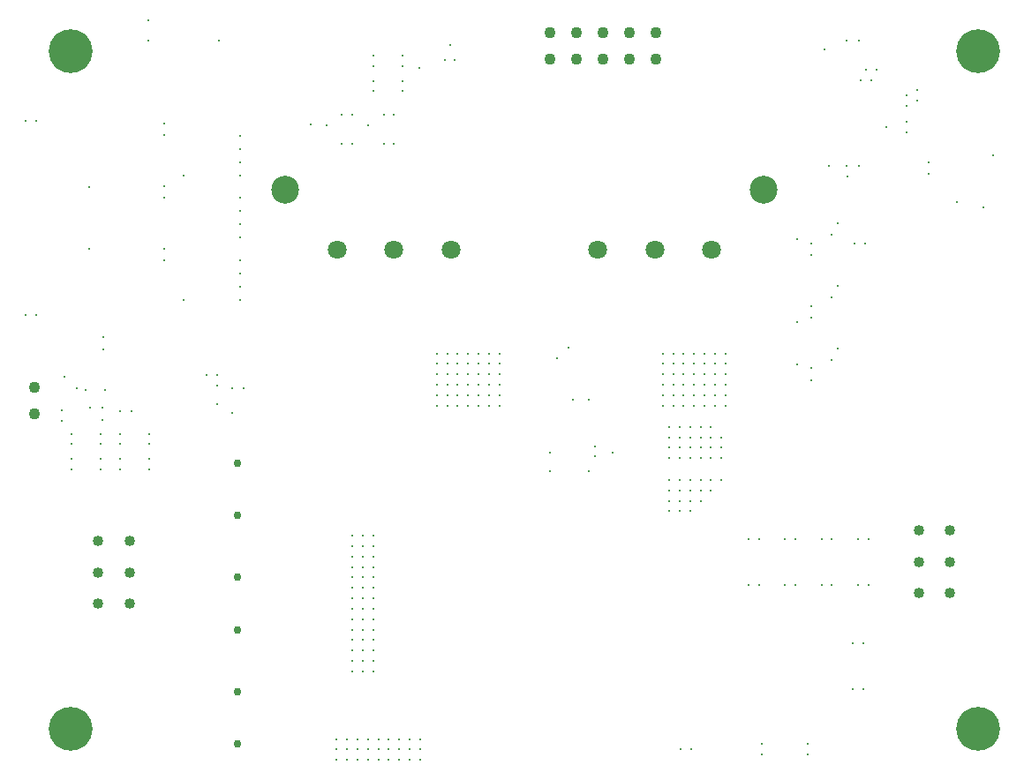
<source format=gbr>
%TF.GenerationSoftware,Altium Limited,Altium Designer,25.3.3 (18)*%
G04 Layer_Color=0*
%FSLAX45Y45*%
%MOMM*%
%TF.SameCoordinates,6C4DDBA2-F481-4B1E-A352-F181FF77F2E2*%
%TF.FilePolarity,Positive*%
%TF.FileFunction,Plated,1,4,PTH,Drill*%
%TF.Part,Single*%
G01*
G75*
%TA.AperFunction,ComponentDrill*%
%ADD126C,0.75000*%
%ADD127C,1.10000*%
%ADD128C,1.10000*%
%ADD129C,2.67000*%
%ADD130C,1.80000*%
%TA.AperFunction,OtherDrill,Free Pad (6mm,71mm)*%
%ADD131C,4.20000*%
%TA.AperFunction,ComponentDrill*%
%ADD132C,1.02000*%
%TA.AperFunction,OtherDrill,Free Pad (93mm,6mm)*%
%ADD133C,4.20000*%
%TA.AperFunction,OtherDrill,Free Pad (93mm,71mm)*%
%ADD134C,4.20000*%
%TA.AperFunction,OtherDrill,Free Pad (6mm,6mm)*%
%ADD135C,4.20000*%
%TA.AperFunction,ViaDrill,NotFilled*%
%ADD136C,0.30000*%
D126*
X2200000Y2050000D02*
D03*
X2200000Y1550000D02*
D03*
Y450000D02*
D03*
X2200000Y950000D02*
D03*
X2200000Y2650000D02*
D03*
X2200000Y3150000D02*
D03*
D127*
X5192000Y7023000D02*
D03*
Y7277000D02*
D03*
X5446000Y7023000D02*
D03*
Y7277000D02*
D03*
X5700000Y7023000D02*
D03*
Y7277000D02*
D03*
X5954000Y7023000D02*
D03*
Y7277000D02*
D03*
X6208000Y7023000D02*
D03*
Y7277000D02*
D03*
D128*
X250000Y3623000D02*
D03*
Y3877000D02*
D03*
D129*
X7247000Y5767000D02*
D03*
X2653000D02*
D03*
D130*
X5656000Y5195500D02*
D03*
X6200000D02*
D03*
X6744000D02*
D03*
X3156000D02*
D03*
X3700000D02*
D03*
X4244000D02*
D03*
D131*
X600000Y7100000D02*
D03*
D132*
X1165000Y2400000D02*
D03*
Y2100000D02*
D03*
Y1800000D02*
D03*
X865000Y2400000D02*
D03*
Y2100000D02*
D03*
Y1800000D02*
D03*
X8735000Y1900000D02*
D03*
Y2200000D02*
D03*
Y2500000D02*
D03*
X9035000Y1900000D02*
D03*
Y2200000D02*
D03*
Y2500000D02*
D03*
D133*
X9300000Y600000D02*
D03*
D134*
Y7100000D02*
D03*
D135*
X600000Y600000D02*
D03*
D136*
X5200000Y3245000D02*
D03*
X5624000Y3310000D02*
D03*
X5800000Y3245000D02*
D03*
X5192500Y3070000D02*
D03*
X5624000Y3215000D02*
D03*
X5265782Y4151508D02*
D03*
X5371848Y4257574D02*
D03*
X5571500Y3752500D02*
D03*
X5416500D02*
D03*
X8220000Y5255000D02*
D03*
X8120000Y5255000D02*
D03*
X7955000Y4249999D02*
D03*
X7570000Y4505000D02*
D03*
X7700000Y3942500D02*
D03*
Y4057500D02*
D03*
X7900000Y4140000D02*
D03*
X7570000Y4095000D02*
D03*
X7900000Y4740000D02*
D03*
X7900000Y5340000D02*
D03*
X7955000Y4849999D02*
D03*
X7570000Y5295000D02*
D03*
X8830000Y5922500D02*
D03*
X9445000Y6100000D02*
D03*
X8830000Y6037500D02*
D03*
X8050000Y5900000D02*
D03*
X8619999Y6325000D02*
D03*
X8420000Y6375000D02*
D03*
X8620000Y6425000D02*
D03*
X7875000Y6000000D02*
D03*
X8720000Y6725000D02*
D03*
X8720000Y6625000D02*
D03*
X7825000Y7119999D02*
D03*
X8620000Y6575000D02*
D03*
Y6675000D02*
D03*
X8175000Y6820000D02*
D03*
X8275000Y6820000D02*
D03*
X8225000Y6920000D02*
D03*
X8325000D02*
D03*
X6740000Y2885000D02*
D03*
X6640000D02*
D03*
Y2785000D02*
D03*
X6340000Y2685000D02*
D03*
X6540000D02*
D03*
X6440000Y2685000D02*
D03*
Y2885000D02*
D03*
X6540000D02*
D03*
X6340000D02*
D03*
X6440000Y2785000D02*
D03*
X6340000D02*
D03*
X6540000D02*
D03*
X6340000Y2985000D02*
D03*
X6540000D02*
D03*
X6440000D02*
D03*
X6640000D02*
D03*
X6840000D02*
D03*
X6740000D02*
D03*
X605881Y3089562D02*
D03*
Y3189562D02*
D03*
X885881Y3089562D02*
D03*
Y3189561D02*
D03*
X7955000Y5449999D02*
D03*
X775000Y5800000D02*
D03*
Y5200000D02*
D03*
X2905000Y6400000D02*
D03*
X1680000Y5909500D02*
D03*
X1680000Y4709500D02*
D03*
X2150000Y3865000D02*
D03*
X509499Y3650000D02*
D03*
X2260000Y3862501D02*
D03*
X6740000Y3195000D02*
D03*
X8157500Y6000000D02*
D03*
X8042500Y6000000D02*
D03*
X8157500Y7200000D02*
D03*
X8042500Y7200000D02*
D03*
X7700000Y4657500D02*
D03*
Y4542500D02*
D03*
X7700000Y5257500D02*
D03*
Y5142499D02*
D03*
X1900000Y3990000D02*
D03*
X2000000D02*
D03*
Y3890000D02*
D03*
X2150000Y3625000D02*
D03*
X2000000Y3710000D02*
D03*
X2017500Y7205000D02*
D03*
X1500000Y5092500D02*
D03*
Y5207500D02*
D03*
Y5807500D02*
D03*
Y5692500D02*
D03*
X1500000Y6407500D02*
D03*
X1500000Y6292499D02*
D03*
X1345000Y7200000D02*
D03*
Y7400000D02*
D03*
X3050000Y6392501D02*
D03*
X3450000D02*
D03*
X3200000Y6490000D02*
D03*
X3299999D02*
D03*
X3200000Y6210000D02*
D03*
X3299999D02*
D03*
X3600000Y6210000D02*
D03*
X3700000D02*
D03*
X3946000Y6943500D02*
D03*
X509499Y3550000D02*
D03*
X2220000Y4709500D02*
D03*
X2220000Y4836500D02*
D03*
X2220000Y4963500D02*
D03*
Y5090500D02*
D03*
Y5309500D02*
D03*
X2220000Y5436500D02*
D03*
X2220000Y5563500D02*
D03*
Y5690500D02*
D03*
Y5909500D02*
D03*
Y6036500D02*
D03*
Y6163500D02*
D03*
Y6290500D02*
D03*
X3700000Y6490000D02*
D03*
X3600000D02*
D03*
X5571500Y3070000D02*
D03*
X4186000Y7016000D02*
D03*
X4241000Y7156000D02*
D03*
X4281000Y7016000D02*
D03*
X3506000Y7056001D02*
D03*
Y6956001D02*
D03*
Y6716001D02*
D03*
Y6816001D02*
D03*
X3786000Y6816000D02*
D03*
Y6716000D02*
D03*
Y6956001D02*
D03*
Y7056000D02*
D03*
X6478000Y3800000D02*
D03*
Y4000000D02*
D03*
X6578000Y3800000D02*
D03*
Y3900000D02*
D03*
Y3700000D02*
D03*
Y4000000D02*
D03*
X6678000Y3900000D02*
D03*
Y3700000D02*
D03*
Y3800000D02*
D03*
X6778000Y3900000D02*
D03*
Y3800000D02*
D03*
Y3700000D02*
D03*
Y4000000D02*
D03*
X6878000Y3800000D02*
D03*
Y3700000D02*
D03*
Y3900000D02*
D03*
X4710000Y4000000D02*
D03*
Y4100000D02*
D03*
Y4200000D02*
D03*
X6278000Y4100000D02*
D03*
Y4200000D02*
D03*
X6378000Y4100000D02*
D03*
Y4200000D02*
D03*
X6478000Y4100000D02*
D03*
Y4200000D02*
D03*
X6578000Y4100000D02*
D03*
Y4200000D02*
D03*
X6678000Y4000000D02*
D03*
X6678000Y4100000D02*
D03*
Y4200000D02*
D03*
X6778000Y4100000D02*
D03*
Y4200000D02*
D03*
X6878000Y4000000D02*
D03*
Y4100000D02*
D03*
Y4200000D02*
D03*
X6378000Y3700000D02*
D03*
Y4000000D02*
D03*
X6478000Y3700000D02*
D03*
X6378000Y3900000D02*
D03*
X6478000D02*
D03*
X4610000Y3700000D02*
D03*
Y3900000D02*
D03*
X4710000Y3800000D02*
D03*
Y3700000D02*
D03*
Y3900000D02*
D03*
X6278000Y3900000D02*
D03*
Y3700000D02*
D03*
Y3800000D02*
D03*
Y4000000D02*
D03*
X6378000Y3800000D02*
D03*
X4110000Y3700000D02*
D03*
Y3800000D02*
D03*
Y3900000D02*
D03*
X4210000Y3700000D02*
D03*
Y3800000D02*
D03*
Y3900000D02*
D03*
X4310000Y3700000D02*
D03*
Y3800000D02*
D03*
Y3900000D02*
D03*
X4410000Y3700000D02*
D03*
Y3800000D02*
D03*
Y3900000D02*
D03*
X4510000Y3700000D02*
D03*
Y3800000D02*
D03*
Y3900000D02*
D03*
X4610000Y3800000D02*
D03*
X4210000Y4200000D02*
D03*
X4110000Y4000000D02*
D03*
Y4100000D02*
D03*
Y4200000D02*
D03*
X4210000Y4000000D02*
D03*
Y4100000D02*
D03*
X4310000Y4100000D02*
D03*
Y4200000D02*
D03*
X4310000Y4000000D02*
D03*
X4610000Y4200000D02*
D03*
X4410000Y4000000D02*
D03*
Y4100000D02*
D03*
Y4200000D02*
D03*
X4610000Y4100000D02*
D03*
X4510000Y4000000D02*
D03*
Y4100000D02*
D03*
Y4200000D02*
D03*
X4610000Y4000000D02*
D03*
X655899Y3865000D02*
D03*
X540000Y3975000D02*
D03*
X910881Y4359562D02*
D03*
X913381Y4239561D02*
D03*
X3150001Y400000D02*
D03*
Y500000D02*
D03*
Y300000D02*
D03*
X3250000Y400000D02*
D03*
Y300000D02*
D03*
Y500000D02*
D03*
X3350000Y400000D02*
D03*
Y500000D02*
D03*
Y300000D02*
D03*
X6840000Y3195000D02*
D03*
X6640000D02*
D03*
X6440000D02*
D03*
X6540000D02*
D03*
X6340000D02*
D03*
X6547500Y400000D02*
D03*
X6447500D02*
D03*
X7229000Y350000D02*
D03*
Y450000D02*
D03*
X7671000Y350000D02*
D03*
Y450000D02*
D03*
X8100000Y979000D02*
D03*
X8200000D02*
D03*
Y1420999D02*
D03*
X8100000D02*
D03*
X8150000Y1980000D02*
D03*
X8250000D02*
D03*
X7800000D02*
D03*
X7900000D02*
D03*
X7450000Y1979999D02*
D03*
X7550000D02*
D03*
X7100000Y1979999D02*
D03*
X7200000D02*
D03*
X6540000Y3395000D02*
D03*
X6340000D02*
D03*
X6440000D02*
D03*
X6340000Y3295000D02*
D03*
X6540000D02*
D03*
X6440000D02*
D03*
Y3495000D02*
D03*
X6540000Y3495000D02*
D03*
X6340000D02*
D03*
X6840000Y3395000D02*
D03*
X6640000D02*
D03*
X6740000D02*
D03*
X6640000Y3295000D02*
D03*
X6840000D02*
D03*
X6740000D02*
D03*
Y3495000D02*
D03*
X6640000Y3495000D02*
D03*
X3550000Y300000D02*
D03*
Y500000D02*
D03*
Y400000D02*
D03*
X3450000Y500000D02*
D03*
Y300000D02*
D03*
Y400000D02*
D03*
X3950000Y300000D02*
D03*
Y500000D02*
D03*
X3950000Y400000D02*
D03*
X3850000Y500000D02*
D03*
Y300000D02*
D03*
Y400000D02*
D03*
X3750000D02*
D03*
Y300000D02*
D03*
Y500000D02*
D03*
X3650000Y400000D02*
D03*
X3650000Y300000D02*
D03*
Y500000D02*
D03*
X9100000Y5650000D02*
D03*
X9350000Y5604999D02*
D03*
X7200000Y2420000D02*
D03*
X7100000D02*
D03*
X7550000Y2419999D02*
D03*
X7450000D02*
D03*
X7900000Y2420000D02*
D03*
X7800000D02*
D03*
X8250000D02*
D03*
X8150000D02*
D03*
X3502500Y2250000D02*
D03*
X3302500D02*
D03*
X3402500D02*
D03*
X3502500Y2150000D02*
D03*
X3302500D02*
D03*
X3402500D02*
D03*
X3502500Y1850000D02*
D03*
X3302500D02*
D03*
X3402500D02*
D03*
X3502500Y1750000D02*
D03*
X3302500D02*
D03*
X3402500D02*
D03*
X3502500Y1450000D02*
D03*
X3302500D02*
D03*
X3402500D02*
D03*
X3502500Y1350000D02*
D03*
X3302500D02*
D03*
X3402500D02*
D03*
Y1250000D02*
D03*
X3302500D02*
D03*
X3502500D02*
D03*
X3402500Y1150000D02*
D03*
X3502500D02*
D03*
X3302500D02*
D03*
X3402500Y1650000D02*
D03*
X3302500D02*
D03*
X3502500D02*
D03*
X3402500Y1550000D02*
D03*
X3502500D02*
D03*
X3302500D02*
D03*
X3402500Y2050000D02*
D03*
X3302500D02*
D03*
X3502500D02*
D03*
X3402500Y1950000D02*
D03*
X3502500D02*
D03*
X3302500D02*
D03*
Y2350000D02*
D03*
X3502500D02*
D03*
X3402500D02*
D03*
X3502500Y2450000D02*
D03*
X3302500D02*
D03*
X3402500D02*
D03*
X170000Y6434999D02*
D03*
X270000D02*
D03*
X169999Y4565000D02*
D03*
X269999D02*
D03*
X1355881Y3089562D02*
D03*
Y3189562D02*
D03*
X1355881Y3329562D02*
D03*
Y3429562D02*
D03*
X1075881Y3089562D02*
D03*
Y3189562D02*
D03*
X1075881Y3329562D02*
D03*
Y3429562D02*
D03*
X885881Y3329562D02*
D03*
Y3429562D02*
D03*
X605881D02*
D03*
X1183381Y3649562D02*
D03*
X1068381D02*
D03*
X903381Y3679562D02*
D03*
X745881Y3845562D02*
D03*
X925881Y3845562D02*
D03*
X605881Y3329562D02*
D03*
X900881Y3559562D02*
D03*
X788381Y3679562D02*
D03*
%TF.MD5,254832707afeeabfcadf7d6db4c20ddb*%
M02*

</source>
